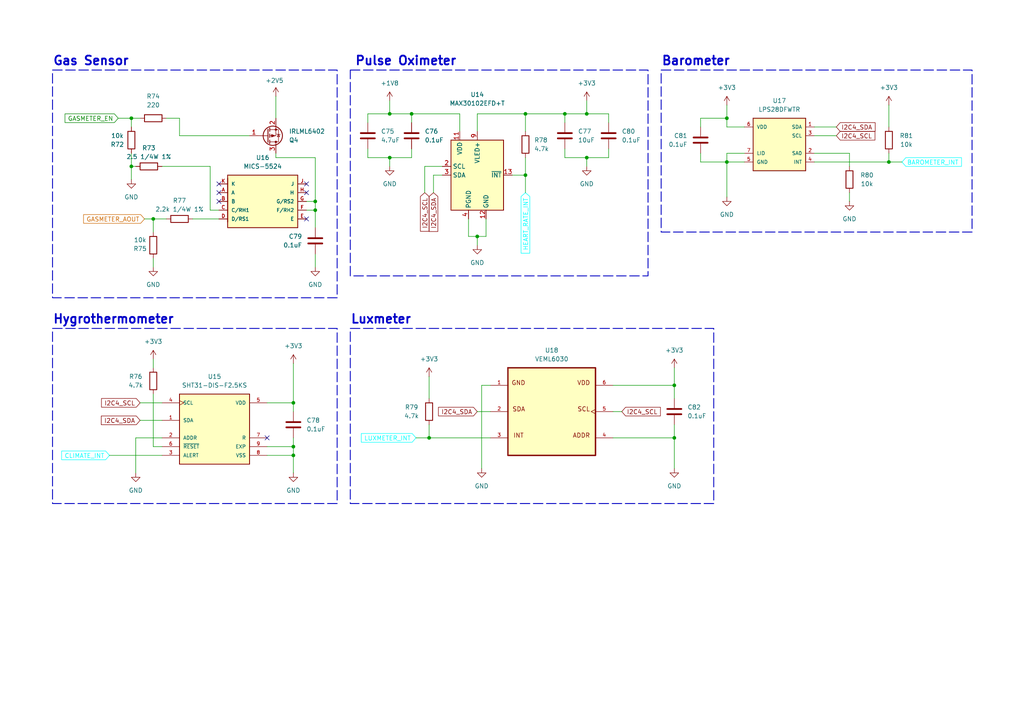
<source format=kicad_sch>
(kicad_sch (version 20250114) (generator "eeschema") (generator_version "9.0")
  (paper "A4")
  (title_block (title "HRVSTR") (date "2025-07-13") (rev "V1.0") (company "Smuggr"))
  (lib_symbols
    (symbol "Device:C" (pin_numbers (hide yes)) (pin_names (offset 0.254))
      (property "Reference" "C" (at 0.635 2.54 0))
      (property "Value" "C" (at 0.635 -2.54 0))
      (symbol "C_0_1"
        (polyline (pts (xy -2.032 0.762) (xy 2.032 0.762)) (stroke (width 0.508)))
        (polyline (pts (xy -2.032 -0.762) (xy 2.032 -0.762)) (stroke (width 0.508)))
      )
      (symbol "C_1_1"
        (pin passive line (at 0 3.81 270) (length 2.794) (name "~") (number "1"))
        (pin passive line (at 0 -3.81 90) (length 2.794) (name "~") (number "2"))
      )
    )
    (symbol "Device:R" (pin_numbers (hide yes)) (pin_names (offset 0))
      (property "Reference" "R" (at 2.032 0 90))
      (property "Value" "R" (at 0 0 90))
      (symbol "R_0_1"
        (rectangle (start -1.016 -2.54) (end 1.016 2.54) (stroke (width 0.254)))
      )
      (symbol "R_1_1"
        (pin passive line (at 0 3.81 270) (length 1.27) (name "~") (number "1"))
        (pin passive line (at 0 -3.81 90) (length 1.27) (name "~") (number "2"))
      )
    )
    (symbol "LPS28DFW:LPS28DFW" (pin_names (offset 1.016))
      (property "Reference" "U" (at -7.62 7.874 0))
      (property "Value" "LPS28DFW" (at -7.62 -10.16 0))
      (symbol "LPS28DFW_0_0"
        (rectangle (start -7.62 -7.62) (end 7.62 7.62) (stroke (width 0.254)) (fill (type background)))
        (pin power_in line (at -10.16 5.08 0) (length 2.54) (name "VDD") (number "6"))
        (pin passive line (at -10.16 -2.54 0) (length 2.54) (name "LID") (number "7"))
        (pin power_in line (at -10.16 -5.08 0) (length 2.54) (name "GND") (number "5"))
        (pin bidirectional line (at 10.16 5.08 180) (length 2.54) (name "SDA") (number "1"))
        (pin input line (at 10.16 2.54 180) (length 2.54) (name "SCL") (number "3"))
        (pin input line (at 10.16 -2.54 180) (length 2.54) (name "SA0") (number "2"))
        (pin output line (at 10.16 -5.08 180) (length 2.54) (name "INT") (number "4"))
      )
    )
    (symbol "MICS-5524:MICS-5524" (pin_names (offset 1.016))
      (property "Reference" "U20" (at 0 12.7 0))
      (property "Value" "MICS-5524" (at 0 10.16 0))
      (symbol "MICS-5524_0_0"
        (polyline (pts (xy -10.16 -5.969) (xy -10.16 6.731)) (stroke (width 0.254)))
        (rectangle (start -10.16 -7.62) (end 10.16 7.62) (stroke (width 0.254)) (fill (type background)))
        (pin bidirectional line (at -12.7 5.08 0) (length 2.54) (name "K") (number "K"))
        (pin bidirectional line (at -12.7 2.54 0) (length 2.54) (name "A") (number "A"))
        (pin bidirectional line (at -12.7 0 0) (length 2.54) (name "B") (number "B"))
        (pin bidirectional line (at -12.7 -2.54 0) (length 2.54) (name "C/RH1") (number "C"))
        (pin bidirectional line (at -12.7 -5.08 0) (length 2.54) (name "D/RS1") (number "D"))
        (pin bidirectional line (at 12.7 5.08 180) (length 2.54) (name "J") (number "J"))
        (pin bidirectional line (at 12.7 2.54 180) (length 2.54) (name "H") (number "H"))
        (pin bidirectional line (at 12.7 0 180) (length 2.54) (name "G/RS2") (number "G"))
        (pin bidirectional line (at 12.7 -2.54 180) (length 2.54) (name "F/RH2") (number "F"))
        (pin bidirectional line (at 12.7 -5.08 180) (length 2.54) (name "E") (number "E"))
      )
    )
    (symbol "SHT31-DIS-F2.5KS:SHT31-DIS-F2.5KS" (pin_names (offset 1.016))
      (property "Reference" "U" (at -10.16 11.43 0))
      (property "Value" "SHT31-DIS-F2.5KS" (at -10.16 -11.43 0))
      (symbol "SHT31-DIS-F2.5KS_0_0"
        (rectangle (start -10.16 -10.16) (end 10.16 10.16) (stroke (width 0.254)) (fill (type background)))
        (pin bidirectional clock (at -15.24 7.62 0) (length 5.08) (name "SCL") (number "4"))
        (pin bidirectional line (at -15.24 2.54 0) (length 5.08) (name "SDA") (number "1"))
        (pin input line (at -15.24 -2.54 0) (length 5.08) (name "ADDR") (number "2"))
        (pin input line (at -15.24 -5.08 0) (length 5.08) (name "~{RESET}") (number "6"))
        (pin output line (at -15.24 -7.62 0) (length 5.08) (name "ALERT") (number "3"))
        (pin power_in line (at 15.24 7.62 180) (length 5.08) (name "VDD") (number "5"))
        (pin passive line (at 15.24 -2.54 180) (length 5.08) (name "R") (number "7"))
        (pin passive line (at 15.24 -5.08 180) (length 5.08) (name "EXP") (number "9"))
        (pin power_in line (at 15.24 -7.62 180) (length 5.08) (name "VSS") (number "8"))
      )
    )
    (symbol "Sensor:MAX30102"
      (property "Reference" "U" (at 7.62 15.24 0))
      (property "Value" "MAX30102" (at 7.62 12.7 0))
      (symbol "MAX30102_0_1"
        (rectangle (start -7.62 10.16) (end 7.62 -10.16) (stroke (width 0.254)) (fill (type background)))
      )
      (symbol "MAX30102_1_1"
        (pin input line (at -10.16 2.54 0) (length 2.54) (name "SCL") (number "2"))
        (pin bidirectional line (at -10.16 0 0) (length 2.54) (name "SDA") (number "3"))
        (pin no_connect line (at -7.62 5.08 0) (length 2.54) (hide yes) (name "NC") (number "1"))
        (pin no_connect line (at -7.62 -2.54 0) (length 2.54) (hide yes) (name "NC") (number "7"))
        (pin power_in line (at -5.08 12.7 270) (length 2.54) (name "VDD") (number "11"))
        (pin power_in line (at -2.54 -12.7 90) (length 2.54) (name "PGND") (number "4"))
        (pin passive line (at 0 12.7 270) (length 2.54) (hide yes) (name "VLED+") (number "10"))
        (pin power_in line (at 0 12.7 270) (length 2.54) (name "VLED+") (number "9"))
        (pin power_in line (at 2.54 -12.7 90) (length 2.54) (name "GND") (number "12"))
        (pin no_connect line (at 7.62 5.08 180) (length 2.54) (hide yes) (name "NC") (number "8"))
        (pin no_connect line (at 7.62 2.54 180) (length 2.54) (hide yes) (name "NC") (number "14"))
        (pin no_connect line (at 7.62 -5.08 180) (length 2.54) (hide yes) (name "NC") (number "6"))
        (pin no_connect line (at 7.62 -7.62 180) (length 2.54) (hide yes) (name "NC") (number "5"))
        (pin output line (at 10.16 0 180) (length 2.54) (name "~{INT}") (number "13"))
      )
    )
    (symbol "Transistor_FET:IRLML6402" (pin_names (hide yes))
      (property "Reference" "Q" (at 5.08 1.905 0))
      (property "Value" "IRLML6402" (at 5.08 0 0))
      (symbol "IRLML6402_0_1"
        (polyline (pts (xy 0.254 1.905) (xy 0.254 -1.905)) (stroke (width 0.254)))
        (polyline (pts (xy 0.254 0) (xy -2.54 0)))
        (polyline (pts (xy 0.762 2.286) (xy 0.762 1.27)) (stroke (width 0.254)))
        (polyline (pts (xy 0.762 1.778) (xy 3.302 1.778) (xy 3.302 -1.778) (xy 0.762 -1.778)))
        (polyline (pts (xy 0.762 0.508) (xy 0.762 -0.508)) (stroke (width 0.254)))
        (polyline (pts (xy 0.762 -1.27) (xy 0.762 -2.286)) (stroke (width 0.254)))
        (circle (center 1.651 0) (radius 2.794) (stroke (width 0.254)))
        (polyline (pts (xy 2.286 0) (xy 1.27 0.381) (xy 1.27 -0.381) (xy 2.286 0)) (fill (type outline)))
        (polyline (pts (xy 2.54 2.54) (xy 2.54 1.778)))
        (circle (center 2.54 1.778) (radius 0.254) (fill (type outline)))
        (circle (center 2.54 -1.778) (radius 0.254) (fill (type outline)))
        (polyline (pts (xy 2.54 -2.54) (xy 2.54 0) (xy 0.762 0)))
        (polyline (pts (xy 2.794 -0.508) (xy 2.921 -0.381) (xy 3.683 -0.381) (xy 3.81 -0.254)))
        (polyline (pts (xy 3.302 -0.381) (xy 2.921 0.254) (xy 3.683 0.254) (xy 3.302 -0.381)))
      )
      (symbol "IRLML6402_1_1"
        (pin input line (at -5.08 0 0) (length 2.54) (name "G") (number "1"))
        (pin passive line (at 2.54 5.08 270) (length 2.54) (name "D") (number "3"))
        (pin passive line (at 2.54 -5.08 90) (length 2.54) (name "S") (number "2"))
      )
    )
    (symbol "VEML6030:VEML6030" (pin_names (offset 1.016))
      (property "Reference" "U12" (at 0 17.78 0))
      (property "Value" "VEML6030" (at 0 15.24 0))
      (symbol "VEML6030_0_0"
        (rectangle (start -12.7 12.7) (end 12.7 -12.7) (stroke (width 0.4064)) (fill (type background)))
        (text "GND" (at -11.684 7.62 0) (effects (font (size 1.2716 1.2716)) (justify left bottom)))
        (text "SDA" (at -11.4363 -0.0093 0) (effects (font (size 1.2721 1.2721)) (justify left bottom)))
        (text "INT" (at -11.1688 -7.6369 0) (effects (font (size 1.2711 1.2711)) (justify left bottom)))
        (text "SCL" (at 11.1503 0.0018 0) (effects (font (size 1.2724 1.2724)) (justify right bottom)))
        (text "ADDR" (at 11.1556 -7.6303 0) (effects (font (size 1.2719 1.2719)) (justify right bottom)))
        (text "VDD" (at 11.176 7.62 0) (effects (font (size 1.2701 1.2701)) (justify right bottom)))
        (pin power_in line (at -17.78 7.62 0) (length 5.08) (name "~") (number "1"))
        (pin bidirectional line (at -17.78 0 0) (length 5.08) (name "~") (number "2"))
        (pin output line (at -17.78 -7.62 0) (length 5.08) (name "~") (number "3"))
        (pin power_in line (at 17.78 7.62 180) (length 5.08) (name "~") (number "6"))
        (pin input clock (at 17.78 0 180) (length 5.08) (name "~") (number "5"))
        (pin bidirectional line (at 17.78 -7.62 180) (length 5.08) (name "~") (number "4"))
      )
    )
    (symbol "power:+1V8" (power) (pin_numbers (hide yes)) (pin_names (offset 0) (hide yes))
      (property "Value" "+1V8" (at 0 3.556 0))
      (symbol "+1V8_0_1"
        (polyline (pts (xy -0.762 1.27) (xy 0 2.54)))
        (polyline (pts (xy 0 2.54) (xy 0.762 1.27)))
        (polyline (pts (xy 0 0) (xy 0 2.54)))
      )
      (symbol "+1V8_1_1"
        (pin power_in line (at 0 0 90) (length 0) (name "~") (number "1"))
      )
    )
    (symbol "power:+2V5" (power) (pin_numbers (hide yes)) (pin_names (offset 0) (hide yes))
      (property "Value" "+2V5" (at 0 3.556 0))
      (symbol "+2V5_0_1"
        (polyline (pts (xy -0.762 1.27) (xy 0 2.54)))
        (polyline (pts (xy 0 2.54) (xy 0.762 1.27)))
        (polyline (pts (xy 0 0) (xy 0 2.54)))
      )
      (symbol "+2V5_1_1"
        (pin power_in line (at 0 0 90) (length 0) (name "~") (number "1"))
      )
    )
    (symbol "power:+3V3" (power) (pin_numbers (hide yes)) (pin_names (offset 0) (hide yes))
      (property "Value" "+3V3" (at 0 3.556 0))
      (symbol "+3V3_0_1"
        (polyline (pts (xy -0.762 1.27) (xy 0 2.54)))
        (polyline (pts (xy 0 2.54) (xy 0.762 1.27)))
        (polyline (pts (xy 0 0) (xy 0 2.54)))
      )
      (symbol "+3V3_1_1"
        (pin power_in line (at 0 0 90) (length 0) (name "~") (number "1"))
      )
    )
    (symbol "power:GND" (power) (pin_numbers (hide yes)) (pin_names (offset 0) (hide yes))
      (property "Value" "GND" (at 0 -3.81 0))
      (symbol "GND_0_1"
        (polyline (pts (xy 0 0) (xy 0 -1.27) (xy 1.27 -1.27) (xy 0 -2.54) (xy -1.27 -1.27) (xy 0 -1.27)))
      )
      (symbol "GND_1_1"
        (pin power_in line (at 0 0 270) (length 0) (name "~") (number "1"))
      )
    )
  )
  (rectangle (start 15.24 95.25) (end 97.79 146.05) (stroke (width 0.254) (type dash)))
  (rectangle (start 15.24 20.32) (end 97.79 86.36) (stroke (width 0.254) (type dash)))
  (rectangle (start 191.77 20.32) (end 281.94 67.31) (stroke (width 0.254) (type dash)))
  (rectangle (start 101.6 20.32) (end 187.96 80.01) (stroke (width 0.254) (type dash)))
  (rectangle (start 101.6 95.25) (end 207.01 146.05) (stroke (width 0.254) (type dash)))
  (text "Luxmeter" (at 101.6 92.71 0) (effects (font (size 2.54 2.54) (thickness 0.508) (bold yes)) (justify left)))
  (text "Gas Sensor" (at 15.24 17.78 0) (effects (font (size 2.54 2.54) (thickness 0.508) (bold yes)) (justify left)))
  (text "Pulse Oximeter" (at 102.87 17.78 0) (effects (font (size 2.54 2.54) (thickness 0.508) (bold yes)) (justify left)))
  (text "Hygrothermometer" (at 15.24 92.71 0) (effects (font (size 2.54 2.54) (thickness 0.508) (bold yes)) (justify left)))
  (text "Barometer" (at 191.77 17.78 0) (effects (font (size 2.54 2.54) (thickness 0.508) (bold yes)) (justify left)))
  (junction (at 119.38 33.02))
  (junction (at 163.83 33.02))
  (junction (at 85.09 116.84))
  (junction (at 91.44 60.96))
  (junction (at 257.81 46.99))
  (junction (at 91.44 58.42))
  (junction (at 85.09 129.54))
  (junction (at 138.43 68.58))
  (junction (at 113.03 45.72))
  (junction (at 44.45 63.5))
  (junction (at 152.4 50.8))
  (junction (at 210.82 46.99))
  (junction (at 210.82 34.29))
  (junction (at 152.4 33.02))
  (junction (at 113.03 33.02))
  (junction (at 38.1 34.29))
  (junction (at 195.58 111.76))
  (junction (at 170.18 33.02))
  (junction (at 38.1 48.26))
  (junction (at 195.58 127))
  (junction (at 85.09 132.08))
  (junction (at 170.18 45.72))
  (junction (at 124.46 127))
  (no_connect (at 88.9 53.34))
  (no_connect (at 63.5 58.42))
  (no_connect (at 77.47 127))
  (no_connect (at 63.5 55.88))
  (no_connect (at 88.9 63.5))
  (no_connect (at 88.9 55.88))
  (no_connect (at 63.5 53.34))
  (wire (pts (xy 124.46 109.22) (xy 124.46 115.57)))
  (wire (pts (xy 195.58 106.68) (xy 195.58 111.76)))
  (wire (pts (xy 203.2 44.45) (xy 203.2 46.99)))
  (wire (pts (xy 46.99 121.92) (xy 40.64 121.92)))
  (wire (pts (xy 39.37 127) (xy 46.99 127)))
  (wire (pts (xy 39.37 137.16) (xy 39.37 127)))
  (wire (pts (xy 91.44 45.72) (xy 80.01 45.72)))
  (wire (pts (xy 85.09 132.08) (xy 85.09 137.16)))
  (wire (pts (xy 246.38 44.45) (xy 236.22 44.45)))
  (wire (pts (xy 85.09 116.84) (xy 77.47 116.84)))
  (wire (pts (xy 139.7 135.89) (xy 139.7 111.76)))
  (wire (pts (xy 236.22 39.37) (xy 242.57 39.37)))
  (wire (pts (xy 44.45 63.5) (xy 44.45 67.31)))
  (wire (pts (xy 133.35 38.1) (xy 133.35 33.02)))
  (wire (pts (xy 257.81 46.99) (xy 257.81 44.45)))
  (wire (pts (xy 210.82 46.99) (xy 210.82 57.15)))
  (wire (pts (xy 46.99 116.84) (xy 40.64 116.84)))
  (wire (pts (xy 106.68 33.02) (xy 106.68 35.56)))
  (wire (pts (xy 124.46 127) (xy 120.65 127)))
  (wire (pts (xy 119.38 33.02) (xy 113.03 33.02)))
  (wire (pts (xy 91.44 58.42) (xy 91.44 60.96)))
  (wire (pts (xy 44.45 74.93) (xy 44.45 77.47)))
  (wire (pts (xy 257.81 46.99) (xy 261.62 46.99)))
  (wire (pts (xy 60.96 60.96) (xy 63.5 60.96)))
  (wire (pts (xy 125.73 50.8) (xy 128.27 50.8)))
  (wire (pts (xy 91.44 60.96) (xy 88.9 60.96)))
  (wire (pts (xy 177.8 119.38) (xy 180.34 119.38)))
  (wire (pts (xy 91.44 60.96) (xy 91.44 66.04)))
  (wire (pts (xy 124.46 123.19) (xy 124.46 127)))
  (wire (pts (xy 170.18 45.72) (xy 163.83 45.72)))
  (wire (pts (xy 46.99 48.26) (xy 60.96 48.26)))
  (wire (pts (xy 177.8 127) (xy 195.58 127)))
  (wire (pts (xy 210.82 36.83) (xy 215.9 36.83)))
  (wire (pts (xy 138.43 33.02) (xy 138.43 38.1)))
  (wire (pts (xy 85.09 127) (xy 85.09 129.54)))
  (wire (pts (xy 85.09 116.84) (xy 85.09 119.38)))
  (wire (pts (xy 138.43 119.38) (xy 142.24 119.38)))
  (wire (pts (xy 60.96 48.26) (xy 60.96 60.96)))
  (wire (pts (xy 176.53 35.56) (xy 176.53 33.02)))
  (wire (pts (xy 41.91 63.5) (xy 44.45 63.5)))
  (wire (pts (xy 52.07 34.29) (xy 52.07 39.37)))
  (wire (pts (xy 236.22 36.83) (xy 242.57 36.83)))
  (wire (pts (xy 113.03 48.26) (xy 113.03 45.72)))
  (wire (pts (xy 55.88 63.5) (xy 63.5 63.5)))
  (wire (pts (xy 44.45 129.54) (xy 46.99 129.54)))
  (wire (pts (xy 91.44 73.66) (xy 91.44 77.47)))
  (wire (pts (xy 257.81 30.48) (xy 257.81 36.83)))
  (wire (pts (xy 176.53 43.18) (xy 176.53 45.72)))
  (wire (pts (xy 124.46 127) (xy 142.24 127)))
  (wire (pts (xy 215.9 44.45) (xy 210.82 44.45)))
  (wire (pts (xy 113.03 45.72) (xy 106.68 45.72)))
  (wire (pts (xy 163.83 33.02) (xy 163.83 35.56)))
  (wire (pts (xy 44.45 114.3) (xy 44.45 129.54)))
  (wire (pts (xy 176.53 33.02) (xy 170.18 33.02)))
  (wire (pts (xy 138.43 68.58) (xy 138.43 71.12)))
  (wire (pts (xy 140.97 68.58) (xy 140.97 63.5)))
  (wire (pts (xy 106.68 45.72) (xy 106.68 43.18)))
  (wire (pts (xy 123.19 48.26) (xy 123.19 55.88)))
  (wire (pts (xy 123.19 48.26) (xy 128.27 48.26)))
  (wire (pts (xy 119.38 45.72) (xy 113.03 45.72)))
  (wire (pts (xy 80.01 27.94) (xy 80.01 34.29)))
  (wire (pts (xy 203.2 34.29) (xy 210.82 34.29)))
  (wire (pts (xy 38.1 48.26) (xy 38.1 52.07)))
  (wire (pts (xy 152.4 50.8) (xy 148.59 50.8)))
  (wire (pts (xy 34.29 34.29) (xy 38.1 34.29)))
  (wire (pts (xy 203.2 46.99) (xy 210.82 46.99)))
  (wire (pts (xy 119.38 43.18) (xy 119.38 45.72)))
  (wire (pts (xy 38.1 36.83) (xy 38.1 34.29)))
  (wire (pts (xy 38.1 44.45) (xy 38.1 48.26)))
  (wire (pts (xy 195.58 111.76) (xy 177.8 111.76)))
  (wire (pts (xy 203.2 36.83) (xy 203.2 34.29)))
  (wire (pts (xy 44.45 63.5) (xy 48.26 63.5)))
  (wire (pts (xy 210.82 46.99) (xy 215.9 46.99)))
  (wire (pts (xy 163.83 33.02) (xy 170.18 33.02)))
  (wire (pts (xy 38.1 34.29) (xy 40.64 34.29)))
  (wire (pts (xy 125.73 55.88) (xy 125.73 50.8)))
  (wire (pts (xy 246.38 55.88) (xy 246.38 58.42)))
  (wire (pts (xy 77.47 129.54) (xy 85.09 129.54)))
  (wire (pts (xy 80.01 44.45) (xy 80.01 45.72)))
  (wire (pts (xy 88.9 58.42) (xy 91.44 58.42)))
  (wire (pts (xy 138.43 68.58) (xy 140.97 68.58)))
  (wire (pts (xy 119.38 35.56) (xy 119.38 33.02)))
  (wire (pts (xy 170.18 29.21) (xy 170.18 33.02)))
  (wire (pts (xy 246.38 48.26) (xy 246.38 44.45)))
  (wire (pts (xy 210.82 34.29) (xy 210.82 36.83)))
  (wire (pts (xy 44.45 104.14) (xy 44.45 106.68)))
  (wire (pts (xy 195.58 115.57) (xy 195.58 111.76)))
  (wire (pts (xy 139.7 111.76) (xy 142.24 111.76)))
  (wire (pts (xy 113.03 29.21) (xy 113.03 33.02)))
  (wire (pts (xy 176.53 45.72) (xy 170.18 45.72)))
  (wire (pts (xy 152.4 33.02) (xy 152.4 38.1)))
  (wire (pts (xy 195.58 123.19) (xy 195.58 127)))
  (wire (pts (xy 152.4 33.02) (xy 163.83 33.02)))
  (wire (pts (xy 236.22 46.99) (xy 257.81 46.99)))
  (wire (pts (xy 210.82 30.48) (xy 210.82 34.29)))
  (wire (pts (xy 133.35 33.02) (xy 119.38 33.02)))
  (wire (pts (xy 85.09 129.54) (xy 85.09 132.08)))
  (wire (pts (xy 135.89 68.58) (xy 138.43 68.58)))
  (wire (pts (xy 163.83 45.72) (xy 163.83 43.18)))
  (wire (pts (xy 85.09 105.41) (xy 85.09 116.84)))
  (wire (pts (xy 31.75 132.08) (xy 46.99 132.08)))
  (wire (pts (xy 138.43 33.02) (xy 152.4 33.02)))
  (wire (pts (xy 48.26 34.29) (xy 52.07 34.29)))
  (wire (pts (xy 210.82 44.45) (xy 210.82 46.99)))
  (wire (pts (xy 52.07 39.37) (xy 72.39 39.37)))
  (wire (pts (xy 170.18 48.26) (xy 170.18 45.72)))
  (wire (pts (xy 195.58 127) (xy 195.58 135.89)))
  (wire (pts (xy 113.03 33.02) (xy 106.68 33.02)))
  (wire (pts (xy 38.1 48.26) (xy 39.37 48.26)))
  (wire (pts (xy 152.4 45.72) (xy 152.4 50.8)))
  (wire (pts (xy 91.44 58.42) (xy 91.44 45.72)))
  (wire (pts (xy 77.47 132.08) (xy 85.09 132.08)))
  (wire (pts (xy 135.89 63.5) (xy 135.89 68.58)))
  (wire (pts (xy 152.4 50.8) (xy 152.4 55.88)))
  (global_label "CLIMATE_INT" (shape input) (at 31.75 132.08 180) (property "Intersheetrefs" "${INTERSHEET_REFS}" (effects (hide yes))))
  (global_label "HEART_RATE_INT" (shape input) (at 152.4 55.88 270) (property "Intersheetrefs" "${INTERSHEET_REFS}" (effects (hide yes))))
  (global_label "I2C4_SCL" (shape input) (at 123.19 55.88 270) (property "Intersheetrefs" "${INTERSHEET_REFS}" (effects (hide yes))))
  (global_label "I2C4_SDA" (shape input) (at 242.57 36.83 0) (property "Intersheetrefs" "${INTERSHEET_REFS}" (effects (hide yes))))
  (global_label "I2C4_SCL" (shape input) (at 242.57 39.37 0) (property "Intersheetrefs" "${INTERSHEET_REFS}" (effects (hide yes))))
  (global_label "LUXMETER_INT" (shape input) (at 120.65 127 180) (property "Intersheetrefs" "${INTERSHEET_REFS}" (effects (hide yes))))
  (global_label "I2C4_SDA" (shape input) (at 125.73 55.88 270) (property "Intersheetrefs" "${INTERSHEET_REFS}" (effects (hide yes))))
  (global_label "BAROMETER_INT" (shape input) (at 261.62 46.99 0) (property "Intersheetrefs" "${INTERSHEET_REFS}" (effects (hide yes))))
  (global_label "GASMETER_EN" (shape input) (at 34.29 34.29 180) (property "Intersheetrefs" "${INTERSHEET_REFS}" (effects (hide yes))))
  (global_label "GASMETER_AOUT" (shape input) (at 41.91 63.5 180) (property "Intersheetrefs" "${INTERSHEET_REFS}" (effects (hide yes))))
  (global_label "I2C4_SDA" (shape input) (at 138.43 119.38 180) (property "Intersheetrefs" "${INTERSHEET_REFS}" (effects (hide yes))))
  (global_label "I2C4_SCL" (shape input) (at 40.64 116.84 180) (property "Intersheetrefs" "${INTERSHEET_REFS}" (effects (hide yes))))
  (global_label "I2C4_SDA" (shape input) (at 40.64 121.92 180) (property "Intersheetrefs" "${INTERSHEET_REFS}" (effects (hide yes))))
  (global_label "I2C4_SCL" (shape input) (at 180.34 119.38 0) (property "Intersheetrefs" "${INTERSHEET_REFS}" (effects (hide yes))))
  (symbol (lib_id "Device:R") (at 152.4 41.91 180) (unit 1)
    (property "Reference" "R78" (at 154.94 40.6399 0) (effects (justify right)))
    (property "Value" "4.7k" (at 154.94 43.1799 0) (effects (justify right)))
    (property "Description" "Resistor" (effects (hide yes)))
  )
  (symbol (lib_id "Transistor_FET:IRLML6402") (at 77.47 39.37 0) (mirror x) (unit 1)
    (property "Reference" "Q4" (at 83.82 40.6401 0) (effects (justify left)))
    (property "Value" "IRLML6402" (at 83.82 38.1001 0) (effects (justify left)))
    (property "Footprint" "Package_TO_SOT_SMD:SOT-23" (effects (hide yes)))
    (property "Datasheet" "https://www.infineon.com/dgdl/irlml6402pbf.pdf?fileId=5546d462533600a401535668d5c2263c" (effects (hide yes)))
    (property "Description" "-3.7A Id, -20V Vds, 65mOhm Rds, P-Channel HEXFET Power MOSFET, SOT-23" (effects (hide yes)))
  )
  (symbol (lib_id "power:+2V5") (at 80.01 27.94 0) (unit 1)
    (property "Reference" "#PWR0132" (effects (hide yes)))
    (property "Value" "+2V5" (at 76.962 23.368 0) (effects (justify left)))
    (property "Description" "Power symbol creates a global label with name \"+2V5\"" (effects (hide yes)))
  )
  (symbol (lib_id "power:+3V3") (at 124.46 109.22 0) (unit 1)
    (property "Reference" "#PWR0138" (effects (hide yes)))
    (property "Value" "+3V3" (at 124.46 104.14 0))
    (property "Description" "Power symbol creates a global label with name \"+3V3\"" (effects (hide yes)))
  )
  (symbol (lib_id "SHT31-DIS-F2.5KS:SHT31-DIS-F2.5KS") (at 62.23 124.46 0) (unit 1)
    (property "Reference" "U15" (at 62.23 109.22 0))
    (property "Value" "SHT31-DIS-F2.5KS" (at 62.23 111.76 0))
    (property "Footprint" "SHT31-DIS-F2.5KS:XDCR_SHT31-DIS-F2.5KS" (effects (hide yes)))
    (property "Description" "Temperature + Humidity sensor" (effects (hide yes)))
    (property "MF" "Sensirion AG" (effects (hide yes)))
    (property "MAXIMUM_PACKAGE_HEIGHT" "1.2 mm" (effects (hide yes)))
    (property "Package" "DFN-8 Sensirion" (effects (hide yes)))
    (property "Price" "None" (effects (hide yes)))
    (property "Check_prices" "https://www.snapeda.com/parts/SHT31-DIS-F2.5KS/Sensirion/view-part/?ref=eda" (effects (hide yes)))
    (property "STANDARD" "Manufacturer Recommendations" (effects (hide yes)))
    (property "PARTREV" "6" (effects (hide yes)))
    (property "SnapEDA_Link" "https://www.snapeda.com/parts/SHT31-DIS-F2.5KS/Sensirion/view-part/?ref=snap" (effects (hide yes)))
    (property "MP" "SHT31-DIS-F2.5KS" (effects (hide yes)))
    (property "Description_1" "SENSOR HUMID/TEMP 5V I2C 2% SMD" (effects (hide yes)))
    (property "Availability" "In Stock" (effects (hide yes)))
    (property "MANUFACTURER" "Sensirion" (effects (hide yes)))
  )
  (symbol (lib_id "Device:R") (at 44.45 71.12 180) (unit 1)
    (property "Reference" "R75" (at 40.64 72.136 0))
    (property "Value" "10k" (at 40.64 69.596 0))
    (property "Description" "Resistor" (effects (hide yes)))
  )
  (symbol (lib_id "Device:C") (at 85.09 123.19 0) (unit 1)
    (property "Reference" "C78" (at 88.9 121.9199 0) (effects (justify left)))
    (property "Value" "0.1uF" (at 88.9 124.4599 0) (effects (justify left)))
    (property "Description" "Unpolarized capacitor" (effects (hide yes)))
  )
  (symbol (lib_id "Device:R") (at 52.07 63.5 270) (unit 1)
    (property "Reference" "R77" (at 52.07 58.166 90))
    (property "Value" "2.2k 1/4W 1%" (at 52.07 60.706 90))
    (property "Description" "Resistor" (effects (hide yes)))
  )
  (symbol (lib_id "Device:R") (at 257.81 40.64 180) (unit 1)
    (property "Reference" "R81" (at 262.89 39.37 0))
    (property "Value" "10k" (at 262.89 41.91 0))
    (property "Description" "Resistor" (effects (hide yes)))
  )
  (symbol (lib_id "Device:C") (at 91.44 69.85 0) (mirror y) (unit 1)
    (property "Reference" "C79" (at 87.63 68.5799 0) (effects (justify left)))
    (property "Value" "0.1uF" (at 87.63 71.1199 0) (effects (justify left)))
    (property "Description" "Unpolarized capacitor" (effects (hide yes)))
  )
  (symbol (lib_id "Device:R") (at 44.45 34.29 90) (unit 1)
    (property "Reference" "R74" (at 44.45 27.94 90))
    (property "Value" "220" (at 44.45 30.48 90))
    (property "Description" "Resistor" (effects (hide yes)))
  )
  (symbol (lib_id "Device:C") (at 119.38 39.37 0) (unit 1)
    (property "Reference" "C76" (at 123.19 38.0999 0) (effects (justify left)))
    (property "Value" "0.1uF" (at 123.19 40.6399 0) (effects (justify left)))
    (property "Description" "Unpolarized capacitor" (effects (hide yes)))
  )
  (symbol (lib_id "power:+3V3") (at 170.18 29.21 0) (unit 1)
    (property "Reference" "#PWR0133" (effects (hide yes)))
    (property "Value" "+3V3" (at 170.18 24.13 0))
    (property "Description" "Power symbol creates a global label with name \"+3V3\"" (effects (hide yes)))
  )
  (symbol (lib_id "power:GND") (at 39.37 137.16 0) (unit 1)
    (property "Reference" "#PWR0128" (effects (hide yes)))
    (property "Value" "GND" (at 39.37 142.24 0))
    (property "Description" "Power symbol creates a global label with name \"GND\" , ground" (effects (hide yes)))
  )
  (symbol (lib_id "Device:R") (at 44.45 110.49 0) (mirror x) (unit 1)
    (property "Reference" "R76" (at 39.37 109.22 0))
    (property "Value" "4.7k" (at 39.37 111.76 0))
    (property "Description" "Resistor" (effects (hide yes)))
  )
  (symbol (lib_id "power:GND") (at 139.7 135.89 0) (unit 1)
    (property "Reference" "#PWR0141" (effects (hide yes)))
    (property "Value" "GND" (at 139.7 140.97 0))
    (property "Description" "Power symbol creates a global label with name \"GND\" , ground" (effects (hide yes)))
  )
  (symbol (lib_id "power:GND") (at 85.09 137.16 0) (unit 1)
    (property "Reference" "#PWR0136" (effects (hide yes)))
    (property "Value" "GND" (at 85.09 142.24 0))
    (property "Description" "Power symbol creates a global label with name \"GND\" , ground" (effects (hide yes)))
  )
  (symbol (lib_id "power:GND") (at 210.82 57.15 0) (unit 1)
    (property "Reference" "#PWR0140" (effects (hide yes)))
    (property "Value" "GND" (at 210.82 62.23 0))
    (property "Description" "Power symbol creates a global label with name \"GND\" , ground" (effects (hide yes)))
  )
  (symbol (lib_id "power:GND") (at 44.45 77.47 0) (unit 1)
    (property "Reference" "#PWR0129" (effects (hide yes)))
    (property "Value" "GND" (at 44.45 82.55 0))
    (property "Description" "Power symbol creates a global label with name \"GND\" , ground" (effects (hide yes)))
  )
  (symbol (lib_id "Device:C") (at 106.68 39.37 0) (unit 1)
    (property "Reference" "C75" (at 110.49 38.0999 0) (effects (justify left)))
    (property "Value" "4.7uF" (at 110.49 40.6399 0) (effects (justify left)))
    (property "Description" "Unpolarized capacitor" (effects (hide yes)))
  )
  (symbol (lib_id "Sensor:MAX30102") (at 138.43 50.8 0) (unit 1)
    (property "Reference" "U14" (at 138.43 27.432 0))
    (property "Value" "MAX30102EFD+T" (at 138.43 29.972 0))
    (property "Footprint" "OptoDevice:Maxim_OLGA-14_3.3x5.6mm_P0.8mm" (effects (hide yes)))
    (property "Datasheet" "https://datasheets.maximintegrated.com/en/ds/MAX30102.pdf" (effects (hide yes)))
    (property "Description" "Pulse Oximeter" (effects (hide yes)))
  )
  (symbol (lib_id "power:GND") (at 113.03 48.26 0) (unit 1)
    (property "Reference" "#PWR0126" (effects (hide yes)))
    (property "Value" "GND" (at 113.03 53.34 0))
    (property "Description" "Power symbol creates a global label with name \"GND\" , ground" (effects (hide yes)))
  )
  (symbol (lib_id "power:+3V3") (at 85.09 105.41 0) (unit 1)
    (property "Reference" "#PWR0135" (effects (hide yes)))
    (property "Value" "+3V3" (at 85.09 100.33 0))
    (property "Description" "Power symbol creates a global label with name \"+3V3\"" (effects (hide yes)))
  )
  (symbol (lib_id "power:GND") (at 170.18 48.26 0) (unit 1)
    (property "Reference" "#PWR0134" (effects (hide yes)))
    (property "Value" "GND" (at 170.18 53.34 0))
    (property "Description" "Power symbol creates a global label with name \"GND\" , ground" (effects (hide yes)))
  )
  (symbol (lib_id "Device:R") (at 38.1 40.64 180) (unit 1)
    (property "Reference" "R72" (at 34.036 41.91 0))
    (property "Value" "10k" (at 34.036 39.37 0))
    (property "Description" "Resistor" (effects (hide yes)))
  )
  (symbol (lib_id "LPS28DFW:LPS28DFW") (at 226.06 41.91 0) (unit 1)
    (property "Reference" "U17" (at 226.06 29.21 0))
    (property "Value" "LPS28DFWTR" (at 226.06 31.75 0))
    (property "Footprint" "LPS28DFW:CCLGA-7L" (effects (hide yes)))
    (property "Description" "Barometer" (effects (hide yes)))
    (property "MF" "STMicroelectronics" (effects (hide yes)))
    (property "Description_1" "Dual full-scale, 1260 hPa and 4060 hPa, absolute digital output barometer with water-resistant package" (effects (hide yes)))
    (property "Package" "Package" (effects (hide yes)))
    (property "Price" "None" (effects (hide yes)))
    (property "PROD_ID" "IC-17197" (effects (hide yes)))
    (property "SnapEDA_Link" "https://www.snapeda.com/parts/LPS28DFW/STMicroelectronics/view-part/?ref=snap" (effects (hide yes)))
    (property "MP" "LPS28DFW" (effects (hide yes)))
    (property "Availability" "Not in stock" (effects (hide yes)))
    (property "Check_prices" "https://www.snapeda.com/parts/LPS28DFW/STMicroelectronics/view-part/?ref=eda" (effects (hide yes)))
  )
  (symbol (lib_id "power:GND") (at 246.38 58.42 0) (unit 1)
    (property "Reference" "#PWR0142" (effects (hide yes)))
    (property "Value" "GND" (at 246.38 63.5 0))
    (property "Description" "Power symbol creates a global label with name \"GND\" , ground" (effects (hide yes)))
  )
  (symbol (lib_id "Device:C") (at 163.83 39.37 0) (unit 1)
    (property "Reference" "C77" (at 167.64 38.0999 0) (effects (justify left)))
    (property "Value" "10uF" (at 167.64 40.6399 0) (effects (justify left)))
    (property "Description" "Unpolarized capacitor" (effects (hide yes)))
  )
  (symbol (lib_id "power:GND") (at 91.44 77.47 0) (unit 1)
    (property "Reference" "#PWR0137" (effects (hide yes)))
    (property "Value" "GND" (at 91.44 82.55 0))
    (property "Description" "Power symbol creates a global label with name \"GND\" , ground" (effects (hide yes)))
  )
  (symbol (lib_id "power:+3V3") (at 257.81 30.48 0) (unit 1)
    (property "Reference" "#PWR0143" (effects (hide yes)))
    (property "Value" "+3V3" (at 257.81 25.4 0))
    (property "Description" "Power symbol creates a global label with name \"+3V3\"" (effects (hide yes)))
  )
  (symbol (lib_id "power:GND") (at 195.58 135.89 0) (unit 1)
    (property "Reference" "#PWR0145" (effects (hide yes)))
    (property "Value" "GND" (at 195.58 140.97 0))
    (property "Description" "Power symbol creates a global label with name \"GND\" , ground" (effects (hide yes)))
  )
  (symbol (lib_id "MICS-5524:MICS-5524") (at 76.2 58.42 0) (unit 1)
    (property "Reference" "U16" (at 76.2 45.72 0))
    (property "Value" "MICS-5524" (at 76.2 48.26 0))
    (property "Footprint" "MICS-5524:MICS-SMD10" (effects (hide yes)))
    (property "Description" "Gas sensor" (effects (hide yes)))
    (property "MF" "Amphenol" (effects (hide yes)))
    (property "Description_1" "Sensor,Single channel metal Oxide sensor for Reducing gases ppb to ppm | Amphenol SGX Sensortech MICS-5524" (effects (hide yes)))
    (property "Package" "None" (effects (hide yes)))
    (property "Price" "None" (effects (hide yes)))
    (property "SnapEDA_Link" "https://www.snapeda.com/parts/MICS-5524/Amphenol/view-part/?ref=snap" (effects (hide yes)))
    (property "MP" "MICS-5524" (effects (hide yes)))
    (property "Availability" "In Stock" (effects (hide yes)))
    (property "Check_prices" "https://www.snapeda.com/parts/MICS-5524/Amphenol/view-part/?ref=eda" (effects (hide yes)))
  )
  (symbol (lib_id "power:+3V3") (at 210.82 30.48 0) (unit 1)
    (property "Reference" "#PWR0139" (effects (hide yes)))
    (property "Value" "+3V3" (at 210.82 25.4 0))
    (property "Description" "Power symbol creates a global label with name \"+3V3\"" (effects (hide yes)))
  )
  (symbol (lib_id "VEML6030:VEML6030") (at 160.02 119.38 0) (unit 1)
    (property "Reference" "U18" (at 160.02 101.6 0))
    (property "Value" "VEML6030" (at 160.02 104.14 0))
    (property "Footprint" "VEML6030:VISHAY_VEML6030_2X2X0.87" (effects (hide yes)))
    (property "Description" "Light sensor" (effects (hide yes)))
    (property "TAPE_REEL" "YES" (effects (hide yes)))
    (property "MF" "Vishay" (effects (hide yes)))
    (property "Description_1" "Optical Sensor Ambient 550nm I2C 6-SMD, No Lead" (effects (hide yes)))
    (property "Package" "SMD-6 Vishay Semiconductor" (effects (hide yes)))
    (property "Price" "None" (effects (hide yes)))
    (property "VOLUME" "MOQ: 3000" (effects (hide yes)))
    (property "SnapEDA_Link" "https://www.snapeda.com/parts/VEML6030/Vishay+Semiconductor+Opto+Division/view-part/?ref=snap" (effects (hide yes)))
    (property "MP" "VEML6030" (effects (hide yes)))
    (property "Availability" "In Stock" (effects (hide yes)))
    (property "Check_prices" "https://www.snapeda.com/parts/VEML6030/Vishay+Semiconductor+Opto+Division/view-part/?ref=eda" (effects (hide yes)))
  )
  (symbol (lib_id "Device:R") (at 43.18 48.26 270) (unit 1)
    (property "Reference" "R73" (at 43.18 42.926 90))
    (property "Value" "2.5 1/4W 1%" (at 43.18 45.466 90))
    (property "Description" "Resistor" (effects (hide yes)))
  )
  (symbol (lib_id "Device:R") (at 124.46 119.38 0) (mirror x) (unit 1)
    (property "Reference" "R79" (at 119.38 118.11 0))
    (property "Value" "4.7k" (at 119.38 120.65 0))
    (property "Description" "Resistor" (effects (hide yes)))
  )
  (symbol (lib_id "power:+3V3") (at 195.58 106.68 0) (unit 1)
    (property "Reference" "#PWR0144" (effects (hide yes)))
    (property "Value" "+3V3" (at 195.58 101.6 0))
    (property "Description" "Power symbol creates a global label with name \"+3V3\"" (effects (hide yes)))
  )
  (symbol (lib_id "Device:C") (at 176.53 39.37 0) (unit 1)
    (property "Reference" "C80" (at 180.34 38.0999 0) (effects (justify left)))
    (property "Value" "0.1uF" (at 180.34 40.6399 0) (effects (justify left)))
    (property "Description" "Unpolarized capacitor" (effects (hide yes)))
  )
  (symbol (lib_id "Device:R") (at 246.38 52.07 180) (unit 1)
    (property "Reference" "R80" (at 251.46 50.8 0))
    (property "Value" "10k" (at 251.46 53.34 0))
    (property "Description" "Resistor" (effects (hide yes)))
  )
  (symbol (lib_id "power:GND") (at 138.43 71.12 0) (unit 1)
    (property "Reference" "#PWR0131" (effects (hide yes)))
    (property "Value" "GND" (at 138.43 76.2 0))
    (property "Description" "Power symbol creates a global label with name \"GND\" , ground" (effects (hide yes)))
  )
  (symbol (lib_id "power:+3V3") (at 44.45 104.14 0) (unit 1)
    (property "Reference" "#PWR0130" (effects (hide yes)))
    (property "Value" "+3V3" (at 44.45 99.06 0))
    (property "Description" "Power symbol creates a global label with name \"+3V3\"" (effects (hide yes)))
  )
  (symbol (lib_id "Device:C") (at 195.58 119.38 0) (unit 1)
    (property "Reference" "C82" (at 199.39 118.1099 0) (effects (justify left)))
    (property "Value" "0.1uF" (at 199.39 120.6499 0) (effects (justify left)))
    (property "Description" "Unpolarized capacitor" (effects (hide yes)))
  )
  (symbol (lib_id "power:+1V8") (at 113.03 29.21 0) (unit 1)
    (property "Reference" "#PWR0125" (effects (hide yes)))
    (property "Value" "+1V8" (at 113.03 24.13 0))
    (property "Description" "Power symbol creates a global label with name \"+1V8\"" (effects (hide yes)))
  )
  (symbol (lib_id "Device:C") (at 203.2 40.64 0) (mirror y) (unit 1)
    (property "Reference" "C81" (at 199.39 39.3699 0) (effects (justify left)))
    (property "Value" "0.1uF" (at 199.39 41.9099 0) (effects (justify left)))
    (property "Description" "Unpolarized capacitor" (effects (hide yes)))
  )
  (symbol (lib_id "power:GND") (at 38.1 52.07 0) (unit 1)
    (property "Reference" "#PWR0127" (effects (hide yes)))
    (property "Value" "GND" (at 38.1 57.15 0))
    (property "Description" "Power symbol creates a global label with name \"GND\" , ground" (effects (hide yes)))
  )
)
</source>
